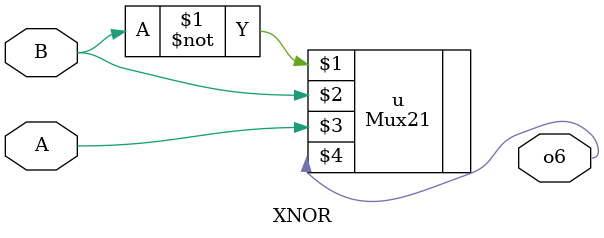
<source format=v>

module Mux2Gates(A,B,O);
input A,B;
output [5:0] O;

AND  a(A,B,O[0]);
OR   b(A,B,O[1]);
NOT  c(A,O[2]);
NAND d(A,B,O[3]);
XOR  e(A,B,O[4]);
XNOR f(A,B,O[5]);

endmodule

module AND(A,B,o1);
input A,B;
output o1;
//actual logic via mux
Mux21 u(0,A,B,o1);

endmodule

module OR(A,B,o2);
input A,B;
output o2;
//actual OR logic using mux
Mux21 u(B,1,A,o2);
endmodule

module NOT(A,o3);
input A;
output o3;
Mux21 u(1,0,A,o3);
endmodule

module NAND(A,B,o4);
input A,B;
output o4;
//actual NAND logic implementation
Mux21 u(1,~B,A,o4);
//assign o4 = A? ~B:1;
endmodule

module XOR(A,B,o5);
input A,B;
output o5;
//Xor logic using MUx
Mux21 u(B,~B,A,o5);
endmodule

module XNOR(A,B,o6);
input A,B;
output o6;
Mux21 u(~B,B,A,o6);
endmodule

</source>
